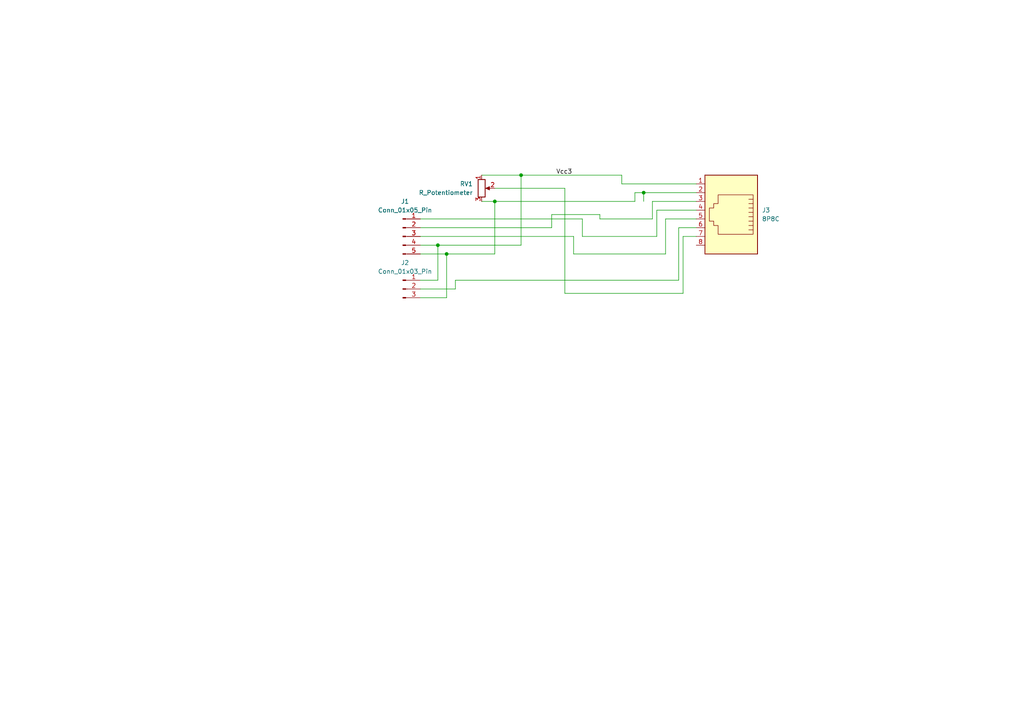
<source format=kicad_sch>
(kicad_sch (version 20230121) (generator eeschema)
  (paper "A4")
  (lib_symbols
    (symbol "Connector:8P8C" (pin_names (offset 1.016))
      (property "Reference" "J" (at -5.08 13.97 0))
      (property "Value" "8P8C" (at 2.54 13.97 0))
      (symbol "8P8C_0_1"
        (polyline (pts (xy -5.08 4.445) (xy -6.35 4.445)))
        (polyline (pts (xy -5.08 5.715) (xy -6.35 5.715)))
        (polyline (pts (xy -6.35 -3.175) (xy -5.08 -3.175) (xy -5.08 -3.175)))
        (polyline (pts (xy -6.35 -1.905) (xy -5.08 -1.905) (xy -5.08 -1.905)))
        (polyline (pts (xy -6.35 -0.635) (xy -5.08 -0.635) (xy -5.08 -0.635)))
        (polyline (pts (xy -6.35 0.635) (xy -5.08 0.635) (xy -5.08 0.635)))
        (polyline (pts (xy -6.35 1.905) (xy -5.08 1.905) (xy -5.08 1.905)))
        (polyline (pts (xy -5.08 3.175) (xy -6.35 3.175) (xy -6.35 3.175)))
        (polyline (pts (xy -6.35 -4.445) (xy -6.35 6.985) (xy 3.81 6.985) (xy 3.81 4.445) (xy 5.08 4.445) (xy 5.08 3.175) (xy 6.35 3.175) (xy 6.35 -0.635) (xy 5.08 -0.635) (xy 5.08 -1.905) (xy 3.81 -1.905) (xy 3.81 -4.445) (xy -6.35 -4.445) (xy -6.35 -4.445)))
        (rectangle (start 7.62 12.7) (end -7.62 -10.16) (stroke (width 0.254)) (fill (type background)))
      )
      (symbol "8P8C_1_1"
        (pin passive line (at 10.16 -7.62 180) (length 2.54) (name "~") (number "1"))
        (pin passive line (at 10.16 -5.08 180) (length 2.54) (name "~") (number "2"))
        (pin passive line (at 10.16 -2.54 180) (length 2.54) (name "~") (number "3"))
        (pin passive line (at 10.16 0 180) (length 2.54) (name "~") (number "4"))
        (pin passive line (at 10.16 2.54 180) (length 2.54) (name "~") (number "5"))
        (pin passive line (at 10.16 5.08 180) (length 2.54) (name "~") (number "6"))
        (pin passive line (at 10.16 7.62 180) (length 2.54) (name "~") (number "7"))
        (pin passive line (at 10.16 10.16 180) (length 2.54) (name "~") (number "8"))
      )
    )
    (symbol "Connector:Conn_01x03_Pin" (pin_names (offset 1.016) hide)
      (property "Reference" "J" (at 0 5.08 0))
      (property "Value" "Conn_01x03_Pin" (at 0 -5.08 0))
      (symbol "Conn_01x03_Pin_1_1"
        (polyline (pts (xy 1.27 -2.54) (xy 0.8636 -2.54)) (stroke (width 0.1524)))
        (polyline (pts (xy 1.27 0) (xy 0.8636 0)) (stroke (width 0.1524)))
        (polyline (pts (xy 1.27 2.54) (xy 0.8636 2.54)) (stroke (width 0.1524)))
        (rectangle (start 0.8636 -2.413) (end 0 -2.667) (stroke (width 0.1524)) (fill (type outline)))
        (rectangle (start 0.8636 0.127) (end 0 -0.127) (stroke (width 0.1524)) (fill (type outline)))
        (rectangle (start 0.8636 2.667) (end 0 2.413) (stroke (width 0.1524)) (fill (type outline)))
        (pin passive line (at 5.08 2.54 180) (length 3.81) (name "Pin_1") (number "1"))
        (pin passive line (at 5.08 0 180) (length 3.81) (name "Pin_2") (number "2"))
        (pin passive line (at 5.08 -2.54 180) (length 3.81) (name "Pin_3") (number "3"))
      )
    )
    (symbol "Connector:Conn_01x05_Pin" (pin_names (offset 1.016) hide)
      (property "Reference" "J" (at 0 7.62 0))
      (property "Value" "Conn_01x05_Pin" (at 0 -7.62 0))
      (symbol "Conn_01x05_Pin_1_1"
        (polyline (pts (xy 1.27 -5.08) (xy 0.8636 -5.08)) (stroke (width 0.1524)))
        (polyline (pts (xy 1.27 -2.54) (xy 0.8636 -2.54)) (stroke (width 0.1524)))
        (polyline (pts (xy 1.27 0) (xy 0.8636 0)) (stroke (width 0.1524)))
        (polyline (pts (xy 1.27 2.54) (xy 0.8636 2.54)) (stroke (width 0.1524)))
        (polyline (pts (xy 1.27 5.08) (xy 0.8636 5.08)) (stroke (width 0.1524)))
        (rectangle (start 0.8636 -4.953) (end 0 -5.207) (stroke (width 0.1524)) (fill (type outline)))
        (rectangle (start 0.8636 -2.413) (end 0 -2.667) (stroke (width 0.1524)) (fill (type outline)))
        (rectangle (start 0.8636 0.127) (end 0 -0.127) (stroke (width 0.1524)) (fill (type outline)))
        (rectangle (start 0.8636 2.667) (end 0 2.413) (stroke (width 0.1524)) (fill (type outline)))
        (rectangle (start 0.8636 5.207) (end 0 4.953) (stroke (width 0.1524)) (fill (type outline)))
        (pin passive line (at 5.08 5.08 180) (length 3.81) (name "Pin_1") (number "1"))
        (pin passive line (at 5.08 2.54 180) (length 3.81) (name "Pin_2") (number "2"))
        (pin passive line (at 5.08 0 180) (length 3.81) (name "Pin_3") (number "3"))
        (pin passive line (at 5.08 -2.54 180) (length 3.81) (name "Pin_4") (number "4"))
        (pin passive line (at 5.08 -5.08 180) (length 3.81) (name "Pin_5") (number "5"))
      )
    )
    (symbol "Device:R_Potentiometer" (pin_names (offset 1.016) hide)
      (property "Reference" "RV" (at -4.445 0 90))
      (property "Value" "R_Potentiometer" (at -2.54 0 90))
      (symbol "R_Potentiometer_0_1"
        (polyline (pts (xy 2.54 0) (xy 1.524 0)))
        (polyline (pts (xy 1.143 0) (xy 2.286 0.508) (xy 2.286 -0.508) (xy 1.143 0)) (fill (type outline)))
        (rectangle (start 1.016 2.54) (end -1.016 -2.54) (stroke (width 0.254)))
      )
      (symbol "R_Potentiometer_1_1"
        (pin passive line (at 0 3.81 270) (length 1.27) (name "1") (number "1"))
        (pin passive line (at 3.81 0 180) (length 1.27) (name "2") (number "2"))
        (pin passive line (at 0 -3.81 90) (length 1.27) (name "3") (number "3"))
      )
    )
  )
  (junction (at 129.54 73.66))
  (junction (at 186.69 55.88))
  (junction (at 151.13 50.8))
  (junction (at 143.51 58.42))
  (junction (at 127 71.12))
  (wire (pts (xy 190.5 60.96) (xy 201.93 60.96)))
  (wire (pts (xy 151.13 50.8) (xy 180.34 50.8)))
  (wire (pts (xy 163.83 54.61) (xy 163.83 85.09)))
  (wire (pts (xy 193.04 63.5) (xy 201.93 63.5)))
  (wire (pts (xy 166.37 68.58) (xy 166.37 73.66)))
  (wire (pts (xy 186.69 55.88) (xy 186.69 58.42)))
  (wire (pts (xy 121.92 81.28) (xy 127 81.28)))
  (wire (pts (xy 168.91 68.58) (xy 190.5 68.58)))
  (wire (pts (xy 132.08 81.28) (xy 196.85 81.28)))
  (wire (pts (xy 196.85 66.04) (xy 196.85 81.28)))
  (wire (pts (xy 143.51 54.61) (xy 163.83 54.61)))
  (wire (pts (xy 198.12 85.09) (xy 198.12 68.58)))
  (wire (pts (xy 129.54 86.36) (xy 129.54 73.66)))
  (wire (pts (xy 139.7 50.8) (xy 151.13 50.8)))
  (wire (pts (xy 143.51 73.66) (xy 143.51 58.42)))
  (wire (pts (xy 139.7 58.42) (xy 143.51 58.42)))
  (wire (pts (xy 186.69 55.88) (xy 201.93 55.88)))
  (wire (pts (xy 160.02 66.04) (xy 160.02 62.23)))
  (wire (pts (xy 180.34 53.34) (xy 201.93 53.34)))
  (wire (pts (xy 193.04 73.66) (xy 193.04 63.5)))
  (wire (pts (xy 173.99 63.5) (xy 189.23 63.5)))
  (wire (pts (xy 143.51 58.42) (xy 184.15 58.42)))
  (wire (pts (xy 189.23 63.5) (xy 189.23 58.42)))
  (wire (pts (xy 190.5 68.58) (xy 190.5 60.96)))
  (wire (pts (xy 121.92 73.66) (xy 129.54 73.66)))
  (wire (pts (xy 184.15 58.42) (xy 184.15 55.88)))
  (wire (pts (xy 180.34 50.8) (xy 180.34 53.34)))
  (wire (pts (xy 198.12 68.58) (xy 201.93 68.58)))
  (wire (pts (xy 189.23 58.42) (xy 201.93 58.42)))
  (wire (pts (xy 121.92 66.04) (xy 160.02 66.04)))
  (wire (pts (xy 127 71.12) (xy 151.13 71.12)))
  (wire (pts (xy 132.08 81.28) (xy 132.08 83.82)))
  (wire (pts (xy 166.37 73.66) (xy 193.04 73.66)))
  (wire (pts (xy 121.92 71.12) (xy 127 71.12)))
  (wire (pts (xy 121.92 68.58) (xy 166.37 68.58)))
  (wire (pts (xy 173.99 62.23) (xy 173.99 63.5)))
  (wire (pts (xy 132.08 83.82) (xy 121.92 83.82)))
  (wire (pts (xy 184.15 55.88) (xy 186.69 55.88)))
  (wire (pts (xy 121.92 63.5) (xy 168.91 63.5)))
  (wire (pts (xy 160.02 62.23) (xy 173.99 62.23)))
  (wire (pts (xy 196.85 66.04) (xy 201.93 66.04)))
  (wire (pts (xy 121.92 86.36) (xy 129.54 86.36)))
  (wire (pts (xy 168.91 63.5) (xy 168.91 68.58)))
  (wire (pts (xy 129.54 73.66) (xy 143.51 73.66)))
  (wire (pts (xy 127 81.28) (xy 127 71.12)))
  (wire (pts (xy 163.83 85.09) (xy 198.12 85.09)))
  (wire (pts (xy 151.13 71.12) (xy 151.13 50.8)))
  (label "Vcc3" (at 161.29 50.8 0))
  (symbol (lib_id "Connector:8P8C") (at 212.09 60.96 180) (unit 1)
    (property "Reference" "J3" (at 220.98 60.96 0) (effects (justify right)))
    (property "Value" "8P8C" (at 220.98 63.5 0) (effects (justify right)))
    (property "Footprint" "Connector_RJ:RJ45_Amphenol_54602-x08_Horizontal" (effects hide))
  )
  (symbol (lib_id "Connector:Conn_01x03_Pin") (at 116.84 83.82 0) (unit 1)
    (property "Reference" "J2" (at 117.475 76.2 0))
    (property "Value" "Conn_01x03_Pin" (at 117.475 78.74 0))
    (property "Footprint" "Connector_PinHeader_2.54mm:PinHeader_1x03_P2.54mm_Vertical" (effects hide))
  )
  (symbol (lib_id "Connector:Conn_01x05_Pin") (at 116.84 68.58 0) (unit 1)
    (property "Reference" "J1" (at 117.475 58.42 0))
    (property "Value" "Conn_01x05_Pin" (at 117.475 60.96 0))
    (property "Footprint" "Connector_PinHeader_2.54mm:PinHeader_1x05_P2.54mm_Vertical" (effects hide))
  )
  (symbol (lib_id "Device:R_Potentiometer") (at 139.7 54.61 0) (unit 1)
    (property "Reference" "RV1" (at 137.16 53.34 0) (effects (justify right)))
    (property "Value" "R_Potentiometer" (at 137.16 55.88 0) (effects (justify right)))
    (property "Footprint" "Potentiometer_THT:Potentiometer_Piher_T-16H_Single_Horizontal" (effects hide))
  )
)
</source>
